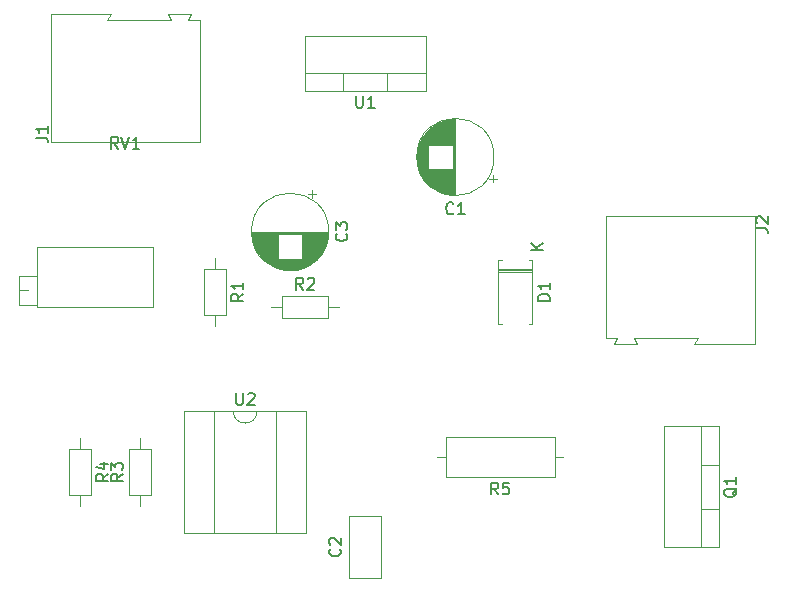
<source format=gbr>
%TF.GenerationSoftware,KiCad,Pcbnew,(5.1.6)-1*%
%TF.CreationDate,2021-02-01T23:58:11+01:00*%
%TF.ProjectId,TEST,54455354-2e6b-4696-9361-645f70636258,rev?*%
%TF.SameCoordinates,Original*%
%TF.FileFunction,Legend,Top*%
%TF.FilePolarity,Positive*%
%FSLAX46Y46*%
G04 Gerber Fmt 4.6, Leading zero omitted, Abs format (unit mm)*
G04 Created by KiCad (PCBNEW (5.1.6)-1) date 2021-02-01 23:58:11*
%MOMM*%
%LPD*%
G01*
G04 APERTURE LIST*
%ADD10C,0.120000*%
%ADD11C,0.150000*%
G04 APERTURE END LIST*
D10*
%TO.C,RV1*%
X99255000Y-82550000D02*
X109025000Y-82550000D01*
X99255000Y-87620000D02*
X109025000Y-87620000D01*
X99255000Y-82550000D02*
X99255000Y-87620000D01*
X109025000Y-82550000D02*
X109025000Y-87620000D01*
X97735000Y-85015000D02*
X99254000Y-85015000D01*
X97735000Y-87445000D02*
X99254000Y-87445000D01*
X97735000Y-85015000D02*
X97735000Y-87445000D01*
X99254000Y-85015000D02*
X99254000Y-87445000D01*
X97735000Y-86230000D02*
X98494000Y-86230000D01*
%TO.C,C1*%
X137825241Y-77084000D02*
X137825241Y-76454000D01*
X138140241Y-76769000D02*
X137510241Y-76769000D01*
X131399000Y-75332000D02*
X131399000Y-74528000D01*
X131439000Y-75563000D02*
X131439000Y-74297000D01*
X131479000Y-75732000D02*
X131479000Y-74128000D01*
X131519000Y-75870000D02*
X131519000Y-73990000D01*
X131559000Y-75989000D02*
X131559000Y-73871000D01*
X131599000Y-76095000D02*
X131599000Y-73765000D01*
X131639000Y-76192000D02*
X131639000Y-73668000D01*
X131679000Y-76280000D02*
X131679000Y-73580000D01*
X131719000Y-76362000D02*
X131719000Y-73498000D01*
X131759000Y-76439000D02*
X131759000Y-73421000D01*
X131799000Y-76511000D02*
X131799000Y-73349000D01*
X131839000Y-76580000D02*
X131839000Y-73280000D01*
X131879000Y-76644000D02*
X131879000Y-73216000D01*
X131919000Y-76706000D02*
X131919000Y-73154000D01*
X131959000Y-76764000D02*
X131959000Y-73096000D01*
X131999000Y-76820000D02*
X131999000Y-73040000D01*
X132039000Y-76874000D02*
X132039000Y-72986000D01*
X132079000Y-76925000D02*
X132079000Y-72935000D01*
X132119000Y-76974000D02*
X132119000Y-72886000D01*
X132159000Y-77022000D02*
X132159000Y-72838000D01*
X132199000Y-77067000D02*
X132199000Y-72793000D01*
X132239000Y-77112000D02*
X132239000Y-72748000D01*
X132279000Y-77154000D02*
X132279000Y-72706000D01*
X132319000Y-77195000D02*
X132319000Y-72665000D01*
X132359000Y-73890000D02*
X132359000Y-72625000D01*
X132359000Y-77235000D02*
X132359000Y-75970000D01*
X132399000Y-73890000D02*
X132399000Y-72587000D01*
X132399000Y-77273000D02*
X132399000Y-75970000D01*
X132439000Y-73890000D02*
X132439000Y-72550000D01*
X132439000Y-77310000D02*
X132439000Y-75970000D01*
X132479000Y-73890000D02*
X132479000Y-72514000D01*
X132479000Y-77346000D02*
X132479000Y-75970000D01*
X132519000Y-73890000D02*
X132519000Y-72480000D01*
X132519000Y-77380000D02*
X132519000Y-75970000D01*
X132559000Y-73890000D02*
X132559000Y-72446000D01*
X132559000Y-77414000D02*
X132559000Y-75970000D01*
X132599000Y-73890000D02*
X132599000Y-72414000D01*
X132599000Y-77446000D02*
X132599000Y-75970000D01*
X132639000Y-73890000D02*
X132639000Y-72382000D01*
X132639000Y-77478000D02*
X132639000Y-75970000D01*
X132679000Y-73890000D02*
X132679000Y-72352000D01*
X132679000Y-77508000D02*
X132679000Y-75970000D01*
X132719000Y-73890000D02*
X132719000Y-72323000D01*
X132719000Y-77537000D02*
X132719000Y-75970000D01*
X132759000Y-73890000D02*
X132759000Y-72294000D01*
X132759000Y-77566000D02*
X132759000Y-75970000D01*
X132799000Y-73890000D02*
X132799000Y-72266000D01*
X132799000Y-77594000D02*
X132799000Y-75970000D01*
X132839000Y-73890000D02*
X132839000Y-72240000D01*
X132839000Y-77620000D02*
X132839000Y-75970000D01*
X132879000Y-73890000D02*
X132879000Y-72214000D01*
X132879000Y-77646000D02*
X132879000Y-75970000D01*
X132919000Y-73890000D02*
X132919000Y-72188000D01*
X132919000Y-77672000D02*
X132919000Y-75970000D01*
X132959000Y-73890000D02*
X132959000Y-72164000D01*
X132959000Y-77696000D02*
X132959000Y-75970000D01*
X132999000Y-73890000D02*
X132999000Y-72140000D01*
X132999000Y-77720000D02*
X132999000Y-75970000D01*
X133039000Y-73890000D02*
X133039000Y-72118000D01*
X133039000Y-77742000D02*
X133039000Y-75970000D01*
X133079000Y-73890000D02*
X133079000Y-72096000D01*
X133079000Y-77764000D02*
X133079000Y-75970000D01*
X133119000Y-73890000D02*
X133119000Y-72074000D01*
X133119000Y-77786000D02*
X133119000Y-75970000D01*
X133159000Y-73890000D02*
X133159000Y-72054000D01*
X133159000Y-77806000D02*
X133159000Y-75970000D01*
X133199000Y-73890000D02*
X133199000Y-72034000D01*
X133199000Y-77826000D02*
X133199000Y-75970000D01*
X133239000Y-73890000D02*
X133239000Y-72014000D01*
X133239000Y-77846000D02*
X133239000Y-75970000D01*
X133279000Y-73890000D02*
X133279000Y-71996000D01*
X133279000Y-77864000D02*
X133279000Y-75970000D01*
X133319000Y-73890000D02*
X133319000Y-71978000D01*
X133319000Y-77882000D02*
X133319000Y-75970000D01*
X133359000Y-73890000D02*
X133359000Y-71960000D01*
X133359000Y-77900000D02*
X133359000Y-75970000D01*
X133399000Y-73890000D02*
X133399000Y-71944000D01*
X133399000Y-77916000D02*
X133399000Y-75970000D01*
X133439000Y-73890000D02*
X133439000Y-71928000D01*
X133439000Y-77932000D02*
X133439000Y-75970000D01*
X133479000Y-73890000D02*
X133479000Y-71912000D01*
X133479000Y-77948000D02*
X133479000Y-75970000D01*
X133519000Y-73890000D02*
X133519000Y-71897000D01*
X133519000Y-77963000D02*
X133519000Y-75970000D01*
X133559000Y-73890000D02*
X133559000Y-71883000D01*
X133559000Y-77977000D02*
X133559000Y-75970000D01*
X133599000Y-73890000D02*
X133599000Y-71869000D01*
X133599000Y-77991000D02*
X133599000Y-75970000D01*
X133639000Y-73890000D02*
X133639000Y-71856000D01*
X133639000Y-78004000D02*
X133639000Y-75970000D01*
X133679000Y-73890000D02*
X133679000Y-71844000D01*
X133679000Y-78016000D02*
X133679000Y-75970000D01*
X133719000Y-73890000D02*
X133719000Y-71832000D01*
X133719000Y-78028000D02*
X133719000Y-75970000D01*
X133759000Y-73890000D02*
X133759000Y-71820000D01*
X133759000Y-78040000D02*
X133759000Y-75970000D01*
X133799000Y-73890000D02*
X133799000Y-71809000D01*
X133799000Y-78051000D02*
X133799000Y-75970000D01*
X133839000Y-73890000D02*
X133839000Y-71799000D01*
X133839000Y-78061000D02*
X133839000Y-75970000D01*
X133879000Y-73890000D02*
X133879000Y-71789000D01*
X133879000Y-78071000D02*
X133879000Y-75970000D01*
X133919000Y-73890000D02*
X133919000Y-71780000D01*
X133919000Y-78080000D02*
X133919000Y-75970000D01*
X133960000Y-73890000D02*
X133960000Y-71771000D01*
X133960000Y-78089000D02*
X133960000Y-75970000D01*
X134000000Y-73890000D02*
X134000000Y-71763000D01*
X134000000Y-78097000D02*
X134000000Y-75970000D01*
X134040000Y-73890000D02*
X134040000Y-71755000D01*
X134040000Y-78105000D02*
X134040000Y-75970000D01*
X134080000Y-73890000D02*
X134080000Y-71748000D01*
X134080000Y-78112000D02*
X134080000Y-75970000D01*
X134120000Y-73890000D02*
X134120000Y-71741000D01*
X134120000Y-78119000D02*
X134120000Y-75970000D01*
X134160000Y-73890000D02*
X134160000Y-71735000D01*
X134160000Y-78125000D02*
X134160000Y-75970000D01*
X134200000Y-73890000D02*
X134200000Y-71729000D01*
X134200000Y-78131000D02*
X134200000Y-75970000D01*
X134240000Y-73890000D02*
X134240000Y-71724000D01*
X134240000Y-78136000D02*
X134240000Y-75970000D01*
X134280000Y-73890000D02*
X134280000Y-71719000D01*
X134280000Y-78141000D02*
X134280000Y-75970000D01*
X134320000Y-73890000D02*
X134320000Y-71715000D01*
X134320000Y-78145000D02*
X134320000Y-75970000D01*
X134360000Y-73890000D02*
X134360000Y-71712000D01*
X134360000Y-78148000D02*
X134360000Y-75970000D01*
X134400000Y-73890000D02*
X134400000Y-71708000D01*
X134400000Y-78152000D02*
X134400000Y-75970000D01*
X134440000Y-78154000D02*
X134440000Y-71706000D01*
X134480000Y-78157000D02*
X134480000Y-71703000D01*
X134520000Y-78158000D02*
X134520000Y-71702000D01*
X134560000Y-78160000D02*
X134560000Y-71700000D01*
X134600000Y-78160000D02*
X134600000Y-71700000D01*
X134640000Y-78160000D02*
X134640000Y-71700000D01*
X137910000Y-74930000D02*
G75*
G03*
X137910000Y-74930000I-3270000J0D01*
G01*
%TO.C,C2*%
X125630000Y-105350000D02*
X128370000Y-105350000D01*
X125630000Y-110590000D02*
X128370000Y-110590000D01*
X128370000Y-110590000D02*
X128370000Y-105350000D01*
X125630000Y-110590000D02*
X125630000Y-105350000D01*
%TO.C,C3*%
X123920000Y-81260000D02*
G75*
G03*
X123920000Y-81260000I-3270000J0D01*
G01*
X123880000Y-81260000D02*
X117420000Y-81260000D01*
X123880000Y-81300000D02*
X117420000Y-81300000D01*
X123880000Y-81340000D02*
X117420000Y-81340000D01*
X123878000Y-81380000D02*
X117422000Y-81380000D01*
X123877000Y-81420000D02*
X117423000Y-81420000D01*
X123874000Y-81460000D02*
X117426000Y-81460000D01*
X123872000Y-81500000D02*
X121690000Y-81500000D01*
X119610000Y-81500000D02*
X117428000Y-81500000D01*
X123868000Y-81540000D02*
X121690000Y-81540000D01*
X119610000Y-81540000D02*
X117432000Y-81540000D01*
X123865000Y-81580000D02*
X121690000Y-81580000D01*
X119610000Y-81580000D02*
X117435000Y-81580000D01*
X123861000Y-81620000D02*
X121690000Y-81620000D01*
X119610000Y-81620000D02*
X117439000Y-81620000D01*
X123856000Y-81660000D02*
X121690000Y-81660000D01*
X119610000Y-81660000D02*
X117444000Y-81660000D01*
X123851000Y-81700000D02*
X121690000Y-81700000D01*
X119610000Y-81700000D02*
X117449000Y-81700000D01*
X123845000Y-81740000D02*
X121690000Y-81740000D01*
X119610000Y-81740000D02*
X117455000Y-81740000D01*
X123839000Y-81780000D02*
X121690000Y-81780000D01*
X119610000Y-81780000D02*
X117461000Y-81780000D01*
X123832000Y-81820000D02*
X121690000Y-81820000D01*
X119610000Y-81820000D02*
X117468000Y-81820000D01*
X123825000Y-81860000D02*
X121690000Y-81860000D01*
X119610000Y-81860000D02*
X117475000Y-81860000D01*
X123817000Y-81900000D02*
X121690000Y-81900000D01*
X119610000Y-81900000D02*
X117483000Y-81900000D01*
X123809000Y-81940000D02*
X121690000Y-81940000D01*
X119610000Y-81940000D02*
X117491000Y-81940000D01*
X123800000Y-81981000D02*
X121690000Y-81981000D01*
X119610000Y-81981000D02*
X117500000Y-81981000D01*
X123791000Y-82021000D02*
X121690000Y-82021000D01*
X119610000Y-82021000D02*
X117509000Y-82021000D01*
X123781000Y-82061000D02*
X121690000Y-82061000D01*
X119610000Y-82061000D02*
X117519000Y-82061000D01*
X123771000Y-82101000D02*
X121690000Y-82101000D01*
X119610000Y-82101000D02*
X117529000Y-82101000D01*
X123760000Y-82141000D02*
X121690000Y-82141000D01*
X119610000Y-82141000D02*
X117540000Y-82141000D01*
X123748000Y-82181000D02*
X121690000Y-82181000D01*
X119610000Y-82181000D02*
X117552000Y-82181000D01*
X123736000Y-82221000D02*
X121690000Y-82221000D01*
X119610000Y-82221000D02*
X117564000Y-82221000D01*
X123724000Y-82261000D02*
X121690000Y-82261000D01*
X119610000Y-82261000D02*
X117576000Y-82261000D01*
X123711000Y-82301000D02*
X121690000Y-82301000D01*
X119610000Y-82301000D02*
X117589000Y-82301000D01*
X123697000Y-82341000D02*
X121690000Y-82341000D01*
X119610000Y-82341000D02*
X117603000Y-82341000D01*
X123683000Y-82381000D02*
X121690000Y-82381000D01*
X119610000Y-82381000D02*
X117617000Y-82381000D01*
X123668000Y-82421000D02*
X121690000Y-82421000D01*
X119610000Y-82421000D02*
X117632000Y-82421000D01*
X123652000Y-82461000D02*
X121690000Y-82461000D01*
X119610000Y-82461000D02*
X117648000Y-82461000D01*
X123636000Y-82501000D02*
X121690000Y-82501000D01*
X119610000Y-82501000D02*
X117664000Y-82501000D01*
X123620000Y-82541000D02*
X121690000Y-82541000D01*
X119610000Y-82541000D02*
X117680000Y-82541000D01*
X123602000Y-82581000D02*
X121690000Y-82581000D01*
X119610000Y-82581000D02*
X117698000Y-82581000D01*
X123584000Y-82621000D02*
X121690000Y-82621000D01*
X119610000Y-82621000D02*
X117716000Y-82621000D01*
X123566000Y-82661000D02*
X121690000Y-82661000D01*
X119610000Y-82661000D02*
X117734000Y-82661000D01*
X123546000Y-82701000D02*
X121690000Y-82701000D01*
X119610000Y-82701000D02*
X117754000Y-82701000D01*
X123526000Y-82741000D02*
X121690000Y-82741000D01*
X119610000Y-82741000D02*
X117774000Y-82741000D01*
X123506000Y-82781000D02*
X121690000Y-82781000D01*
X119610000Y-82781000D02*
X117794000Y-82781000D01*
X123484000Y-82821000D02*
X121690000Y-82821000D01*
X119610000Y-82821000D02*
X117816000Y-82821000D01*
X123462000Y-82861000D02*
X121690000Y-82861000D01*
X119610000Y-82861000D02*
X117838000Y-82861000D01*
X123440000Y-82901000D02*
X121690000Y-82901000D01*
X119610000Y-82901000D02*
X117860000Y-82901000D01*
X123416000Y-82941000D02*
X121690000Y-82941000D01*
X119610000Y-82941000D02*
X117884000Y-82941000D01*
X123392000Y-82981000D02*
X121690000Y-82981000D01*
X119610000Y-82981000D02*
X117908000Y-82981000D01*
X123366000Y-83021000D02*
X121690000Y-83021000D01*
X119610000Y-83021000D02*
X117934000Y-83021000D01*
X123340000Y-83061000D02*
X121690000Y-83061000D01*
X119610000Y-83061000D02*
X117960000Y-83061000D01*
X123314000Y-83101000D02*
X121690000Y-83101000D01*
X119610000Y-83101000D02*
X117986000Y-83101000D01*
X123286000Y-83141000D02*
X121690000Y-83141000D01*
X119610000Y-83141000D02*
X118014000Y-83141000D01*
X123257000Y-83181000D02*
X121690000Y-83181000D01*
X119610000Y-83181000D02*
X118043000Y-83181000D01*
X123228000Y-83221000D02*
X121690000Y-83221000D01*
X119610000Y-83221000D02*
X118072000Y-83221000D01*
X123198000Y-83261000D02*
X121690000Y-83261000D01*
X119610000Y-83261000D02*
X118102000Y-83261000D01*
X123166000Y-83301000D02*
X121690000Y-83301000D01*
X119610000Y-83301000D02*
X118134000Y-83301000D01*
X123134000Y-83341000D02*
X121690000Y-83341000D01*
X119610000Y-83341000D02*
X118166000Y-83341000D01*
X123100000Y-83381000D02*
X121690000Y-83381000D01*
X119610000Y-83381000D02*
X118200000Y-83381000D01*
X123066000Y-83421000D02*
X121690000Y-83421000D01*
X119610000Y-83421000D02*
X118234000Y-83421000D01*
X123030000Y-83461000D02*
X121690000Y-83461000D01*
X119610000Y-83461000D02*
X118270000Y-83461000D01*
X122993000Y-83501000D02*
X121690000Y-83501000D01*
X119610000Y-83501000D02*
X118307000Y-83501000D01*
X122955000Y-83541000D02*
X121690000Y-83541000D01*
X119610000Y-83541000D02*
X118345000Y-83541000D01*
X122915000Y-83581000D02*
X118385000Y-83581000D01*
X122874000Y-83621000D02*
X118426000Y-83621000D01*
X122832000Y-83661000D02*
X118468000Y-83661000D01*
X122787000Y-83701000D02*
X118513000Y-83701000D01*
X122742000Y-83741000D02*
X118558000Y-83741000D01*
X122694000Y-83781000D02*
X118606000Y-83781000D01*
X122645000Y-83821000D02*
X118655000Y-83821000D01*
X122594000Y-83861000D02*
X118706000Y-83861000D01*
X122540000Y-83901000D02*
X118760000Y-83901000D01*
X122484000Y-83941000D02*
X118816000Y-83941000D01*
X122426000Y-83981000D02*
X118874000Y-83981000D01*
X122364000Y-84021000D02*
X118936000Y-84021000D01*
X122300000Y-84061000D02*
X119000000Y-84061000D01*
X122231000Y-84101000D02*
X119069000Y-84101000D01*
X122159000Y-84141000D02*
X119141000Y-84141000D01*
X122082000Y-84181000D02*
X119218000Y-84181000D01*
X122000000Y-84221000D02*
X119300000Y-84221000D01*
X121912000Y-84261000D02*
X119388000Y-84261000D01*
X121815000Y-84301000D02*
X119485000Y-84301000D01*
X121709000Y-84341000D02*
X119591000Y-84341000D01*
X121590000Y-84381000D02*
X119710000Y-84381000D01*
X121452000Y-84421000D02*
X119848000Y-84421000D01*
X121283000Y-84461000D02*
X120017000Y-84461000D01*
X121052000Y-84501000D02*
X120248000Y-84501000D01*
X122489000Y-77759759D02*
X122489000Y-78389759D01*
X122804000Y-78074759D02*
X122174000Y-78074759D01*
%TO.C,D1*%
X141170000Y-84420000D02*
X138230000Y-84420000D01*
X141170000Y-84660000D02*
X138230000Y-84660000D01*
X141170000Y-84540000D02*
X138230000Y-84540000D01*
X138230000Y-89080000D02*
X138560000Y-89080000D01*
X138230000Y-83640000D02*
X138230000Y-89080000D01*
X138560000Y-83640000D02*
X138230000Y-83640000D01*
X141170000Y-89080000D02*
X140840000Y-89080000D01*
X141170000Y-83640000D02*
X141170000Y-89080000D01*
X140840000Y-83640000D02*
X141170000Y-83640000D01*
%TO.C,J1*%
X100380000Y-62840000D02*
X100380000Y-73690000D01*
X105480000Y-62840000D02*
X100380000Y-62840000D01*
X105180000Y-63340000D02*
X105480000Y-62840000D01*
X110580000Y-63340000D02*
X105180000Y-63340000D01*
X110330000Y-62840000D02*
X110580000Y-63340000D01*
X110380000Y-62840000D02*
X110330000Y-62840000D01*
X112280000Y-62840000D02*
X110380000Y-62840000D01*
X112030000Y-63340000D02*
X112280000Y-62840000D01*
X112980000Y-63340000D02*
X112030000Y-63340000D01*
X112980000Y-73690000D02*
X112980000Y-63340000D01*
X100380000Y-73690000D02*
X112980000Y-73690000D01*
%TO.C,J2*%
X159970000Y-79900000D02*
X147370000Y-79900000D01*
X147370000Y-79900000D02*
X147370000Y-90250000D01*
X147370000Y-90250000D02*
X148320000Y-90250000D01*
X148320000Y-90250000D02*
X148070000Y-90750000D01*
X148070000Y-90750000D02*
X149970000Y-90750000D01*
X149970000Y-90750000D02*
X150020000Y-90750000D01*
X150020000Y-90750000D02*
X149770000Y-90250000D01*
X149770000Y-90250000D02*
X155170000Y-90250000D01*
X155170000Y-90250000D02*
X154870000Y-90750000D01*
X154870000Y-90750000D02*
X159970000Y-90750000D01*
X159970000Y-90750000D02*
X159970000Y-79900000D01*
%TO.C,Q1*%
X156940000Y-97750000D02*
X156940000Y-107990000D01*
X152299000Y-97750000D02*
X152299000Y-107990000D01*
X156940000Y-97750000D02*
X152299000Y-97750000D01*
X156940000Y-107990000D02*
X152299000Y-107990000D01*
X155430000Y-97750000D02*
X155430000Y-107990000D01*
X156940000Y-101020000D02*
X155430000Y-101020000D01*
X156940000Y-104721000D02*
X155430000Y-104721000D01*
%TO.C,R1*%
X115220000Y-84440000D02*
X113380000Y-84440000D01*
X113380000Y-84440000D02*
X113380000Y-88280000D01*
X113380000Y-88280000D02*
X115220000Y-88280000D01*
X115220000Y-88280000D02*
X115220000Y-84440000D01*
X114300000Y-83490000D02*
X114300000Y-84440000D01*
X114300000Y-89230000D02*
X114300000Y-88280000D01*
%TO.C,R2*%
X124790000Y-87630000D02*
X123840000Y-87630000D01*
X119050000Y-87630000D02*
X120000000Y-87630000D01*
X123840000Y-86710000D02*
X120000000Y-86710000D01*
X123840000Y-88550000D02*
X123840000Y-86710000D01*
X120000000Y-88550000D02*
X123840000Y-88550000D01*
X120000000Y-86710000D02*
X120000000Y-88550000D01*
%TO.C,R3*%
X107950000Y-98730000D02*
X107950000Y-99680000D01*
X107950000Y-104470000D02*
X107950000Y-103520000D01*
X107030000Y-99680000D02*
X107030000Y-103520000D01*
X108870000Y-99680000D02*
X107030000Y-99680000D01*
X108870000Y-103520000D02*
X108870000Y-99680000D01*
X107030000Y-103520000D02*
X108870000Y-103520000D01*
%TO.C,R4*%
X103790000Y-99680000D02*
X101950000Y-99680000D01*
X101950000Y-99680000D02*
X101950000Y-103520000D01*
X101950000Y-103520000D02*
X103790000Y-103520000D01*
X103790000Y-103520000D02*
X103790000Y-99680000D01*
X102870000Y-98730000D02*
X102870000Y-99680000D01*
X102870000Y-104470000D02*
X102870000Y-103520000D01*
%TO.C,R5*%
X133120000Y-100330000D02*
X133810000Y-100330000D01*
X143740000Y-100330000D02*
X143050000Y-100330000D01*
X133810000Y-102050000D02*
X143050000Y-102050000D01*
X133810000Y-98610000D02*
X133810000Y-102050000D01*
X143050000Y-98610000D02*
X133810000Y-98610000D01*
X143050000Y-102050000D02*
X143050000Y-98610000D01*
%TO.C,U1*%
X125149000Y-69310000D02*
X125149000Y-67800000D01*
X128850000Y-69310000D02*
X128850000Y-67800000D01*
X132120000Y-67800000D02*
X121880000Y-67800000D01*
X121880000Y-69310000D02*
X121880000Y-64669000D01*
X132120000Y-69310000D02*
X132120000Y-64669000D01*
X132120000Y-64669000D02*
X121880000Y-64669000D01*
X132120000Y-69310000D02*
X121880000Y-69310000D01*
%TO.C,U2*%
X121980000Y-96400000D02*
X111700000Y-96400000D01*
X121980000Y-106800000D02*
X121980000Y-96400000D01*
X111700000Y-106800000D02*
X121980000Y-106800000D01*
X111700000Y-96400000D02*
X111700000Y-106800000D01*
X119490000Y-96460000D02*
X117840000Y-96460000D01*
X119490000Y-106740000D02*
X119490000Y-96460000D01*
X114190000Y-106740000D02*
X119490000Y-106740000D01*
X114190000Y-96460000D02*
X114190000Y-106740000D01*
X115840000Y-96460000D02*
X114190000Y-96460000D01*
X117840000Y-96460000D02*
G75*
G02*
X115840000Y-96460000I-1000000J0D01*
G01*
%TO.C,RV1*%
D11*
X106084761Y-74232380D02*
X105751428Y-73756190D01*
X105513333Y-74232380D02*
X105513333Y-73232380D01*
X105894285Y-73232380D01*
X105989523Y-73280000D01*
X106037142Y-73327619D01*
X106084761Y-73422857D01*
X106084761Y-73565714D01*
X106037142Y-73660952D01*
X105989523Y-73708571D01*
X105894285Y-73756190D01*
X105513333Y-73756190D01*
X106370476Y-73232380D02*
X106703809Y-74232380D01*
X107037142Y-73232380D01*
X107894285Y-74232380D02*
X107322857Y-74232380D01*
X107608571Y-74232380D02*
X107608571Y-73232380D01*
X107513333Y-73375238D01*
X107418095Y-73470476D01*
X107322857Y-73518095D01*
%TO.C,C1*%
X134473333Y-79687142D02*
X134425714Y-79734761D01*
X134282857Y-79782380D01*
X134187619Y-79782380D01*
X134044761Y-79734761D01*
X133949523Y-79639523D01*
X133901904Y-79544285D01*
X133854285Y-79353809D01*
X133854285Y-79210952D01*
X133901904Y-79020476D01*
X133949523Y-78925238D01*
X134044761Y-78830000D01*
X134187619Y-78782380D01*
X134282857Y-78782380D01*
X134425714Y-78830000D01*
X134473333Y-78877619D01*
X135425714Y-79782380D02*
X134854285Y-79782380D01*
X135140000Y-79782380D02*
X135140000Y-78782380D01*
X135044761Y-78925238D01*
X134949523Y-79020476D01*
X134854285Y-79068095D01*
%TO.C,C2*%
X124857142Y-108136666D02*
X124904761Y-108184285D01*
X124952380Y-108327142D01*
X124952380Y-108422380D01*
X124904761Y-108565238D01*
X124809523Y-108660476D01*
X124714285Y-108708095D01*
X124523809Y-108755714D01*
X124380952Y-108755714D01*
X124190476Y-108708095D01*
X124095238Y-108660476D01*
X124000000Y-108565238D01*
X123952380Y-108422380D01*
X123952380Y-108327142D01*
X124000000Y-108184285D01*
X124047619Y-108136666D01*
X124047619Y-107755714D02*
X124000000Y-107708095D01*
X123952380Y-107612857D01*
X123952380Y-107374761D01*
X124000000Y-107279523D01*
X124047619Y-107231904D01*
X124142857Y-107184285D01*
X124238095Y-107184285D01*
X124380952Y-107231904D01*
X124952380Y-107803333D01*
X124952380Y-107184285D01*
%TO.C,C3*%
X125407142Y-81426666D02*
X125454761Y-81474285D01*
X125502380Y-81617142D01*
X125502380Y-81712380D01*
X125454761Y-81855238D01*
X125359523Y-81950476D01*
X125264285Y-81998095D01*
X125073809Y-82045714D01*
X124930952Y-82045714D01*
X124740476Y-81998095D01*
X124645238Y-81950476D01*
X124550000Y-81855238D01*
X124502380Y-81712380D01*
X124502380Y-81617142D01*
X124550000Y-81474285D01*
X124597619Y-81426666D01*
X124502380Y-81093333D02*
X124502380Y-80474285D01*
X124883333Y-80807619D01*
X124883333Y-80664761D01*
X124930952Y-80569523D01*
X124978571Y-80521904D01*
X125073809Y-80474285D01*
X125311904Y-80474285D01*
X125407142Y-80521904D01*
X125454761Y-80569523D01*
X125502380Y-80664761D01*
X125502380Y-80950476D01*
X125454761Y-81045714D01*
X125407142Y-81093333D01*
%TO.C,D1*%
X142622380Y-87098095D02*
X141622380Y-87098095D01*
X141622380Y-86860000D01*
X141670000Y-86717142D01*
X141765238Y-86621904D01*
X141860476Y-86574285D01*
X142050952Y-86526666D01*
X142193809Y-86526666D01*
X142384285Y-86574285D01*
X142479523Y-86621904D01*
X142574761Y-86717142D01*
X142622380Y-86860000D01*
X142622380Y-87098095D01*
X142622380Y-85574285D02*
X142622380Y-86145714D01*
X142622380Y-85860000D02*
X141622380Y-85860000D01*
X141765238Y-85955238D01*
X141860476Y-86050476D01*
X141908095Y-86145714D01*
X142052380Y-82811904D02*
X141052380Y-82811904D01*
X142052380Y-82240476D02*
X141480952Y-82669047D01*
X141052380Y-82240476D02*
X141623809Y-82811904D01*
%TO.C,J1*%
X99142380Y-73293333D02*
X99856666Y-73293333D01*
X99999523Y-73340952D01*
X100094761Y-73436190D01*
X100142380Y-73579047D01*
X100142380Y-73674285D01*
X100142380Y-72293333D02*
X100142380Y-72864761D01*
X100142380Y-72579047D02*
X99142380Y-72579047D01*
X99285238Y-72674285D01*
X99380476Y-72769523D01*
X99428095Y-72864761D01*
%TO.C,J2*%
X160112380Y-80963333D02*
X160826666Y-80963333D01*
X160969523Y-81010952D01*
X161064761Y-81106190D01*
X161112380Y-81249047D01*
X161112380Y-81344285D01*
X160207619Y-80534761D02*
X160160000Y-80487142D01*
X160112380Y-80391904D01*
X160112380Y-80153809D01*
X160160000Y-80058571D01*
X160207619Y-80010952D01*
X160302857Y-79963333D01*
X160398095Y-79963333D01*
X160540952Y-80010952D01*
X161112380Y-80582380D01*
X161112380Y-79963333D01*
%TO.C,Q1*%
X158487619Y-102965238D02*
X158440000Y-103060476D01*
X158344761Y-103155714D01*
X158201904Y-103298571D01*
X158154285Y-103393809D01*
X158154285Y-103489047D01*
X158392380Y-103441428D02*
X158344761Y-103536666D01*
X158249523Y-103631904D01*
X158059047Y-103679523D01*
X157725714Y-103679523D01*
X157535238Y-103631904D01*
X157440000Y-103536666D01*
X157392380Y-103441428D01*
X157392380Y-103250952D01*
X157440000Y-103155714D01*
X157535238Y-103060476D01*
X157725714Y-103012857D01*
X158059047Y-103012857D01*
X158249523Y-103060476D01*
X158344761Y-103155714D01*
X158392380Y-103250952D01*
X158392380Y-103441428D01*
X158392380Y-102060476D02*
X158392380Y-102631904D01*
X158392380Y-102346190D02*
X157392380Y-102346190D01*
X157535238Y-102441428D01*
X157630476Y-102536666D01*
X157678095Y-102631904D01*
%TO.C,R1*%
X116672380Y-86526666D02*
X116196190Y-86860000D01*
X116672380Y-87098095D02*
X115672380Y-87098095D01*
X115672380Y-86717142D01*
X115720000Y-86621904D01*
X115767619Y-86574285D01*
X115862857Y-86526666D01*
X116005714Y-86526666D01*
X116100952Y-86574285D01*
X116148571Y-86621904D01*
X116196190Y-86717142D01*
X116196190Y-87098095D01*
X116672380Y-85574285D02*
X116672380Y-86145714D01*
X116672380Y-85860000D02*
X115672380Y-85860000D01*
X115815238Y-85955238D01*
X115910476Y-86050476D01*
X115958095Y-86145714D01*
%TO.C,R2*%
X121753333Y-86162380D02*
X121420000Y-85686190D01*
X121181904Y-86162380D02*
X121181904Y-85162380D01*
X121562857Y-85162380D01*
X121658095Y-85210000D01*
X121705714Y-85257619D01*
X121753333Y-85352857D01*
X121753333Y-85495714D01*
X121705714Y-85590952D01*
X121658095Y-85638571D01*
X121562857Y-85686190D01*
X121181904Y-85686190D01*
X122134285Y-85257619D02*
X122181904Y-85210000D01*
X122277142Y-85162380D01*
X122515238Y-85162380D01*
X122610476Y-85210000D01*
X122658095Y-85257619D01*
X122705714Y-85352857D01*
X122705714Y-85448095D01*
X122658095Y-85590952D01*
X122086666Y-86162380D01*
X122705714Y-86162380D01*
%TO.C,R3*%
X106482380Y-101766666D02*
X106006190Y-102100000D01*
X106482380Y-102338095D02*
X105482380Y-102338095D01*
X105482380Y-101957142D01*
X105530000Y-101861904D01*
X105577619Y-101814285D01*
X105672857Y-101766666D01*
X105815714Y-101766666D01*
X105910952Y-101814285D01*
X105958571Y-101861904D01*
X106006190Y-101957142D01*
X106006190Y-102338095D01*
X105482380Y-101433333D02*
X105482380Y-100814285D01*
X105863333Y-101147619D01*
X105863333Y-101004761D01*
X105910952Y-100909523D01*
X105958571Y-100861904D01*
X106053809Y-100814285D01*
X106291904Y-100814285D01*
X106387142Y-100861904D01*
X106434761Y-100909523D01*
X106482380Y-101004761D01*
X106482380Y-101290476D01*
X106434761Y-101385714D01*
X106387142Y-101433333D01*
%TO.C,R4*%
X105242380Y-101766666D02*
X104766190Y-102100000D01*
X105242380Y-102338095D02*
X104242380Y-102338095D01*
X104242380Y-101957142D01*
X104290000Y-101861904D01*
X104337619Y-101814285D01*
X104432857Y-101766666D01*
X104575714Y-101766666D01*
X104670952Y-101814285D01*
X104718571Y-101861904D01*
X104766190Y-101957142D01*
X104766190Y-102338095D01*
X104575714Y-100909523D02*
X105242380Y-100909523D01*
X104194761Y-101147619D02*
X104909047Y-101385714D01*
X104909047Y-100766666D01*
%TO.C,R5*%
X138263333Y-103502380D02*
X137930000Y-103026190D01*
X137691904Y-103502380D02*
X137691904Y-102502380D01*
X138072857Y-102502380D01*
X138168095Y-102550000D01*
X138215714Y-102597619D01*
X138263333Y-102692857D01*
X138263333Y-102835714D01*
X138215714Y-102930952D01*
X138168095Y-102978571D01*
X138072857Y-103026190D01*
X137691904Y-103026190D01*
X139168095Y-102502380D02*
X138691904Y-102502380D01*
X138644285Y-102978571D01*
X138691904Y-102930952D01*
X138787142Y-102883333D01*
X139025238Y-102883333D01*
X139120476Y-102930952D01*
X139168095Y-102978571D01*
X139215714Y-103073809D01*
X139215714Y-103311904D01*
X139168095Y-103407142D01*
X139120476Y-103454761D01*
X139025238Y-103502380D01*
X138787142Y-103502380D01*
X138691904Y-103454761D01*
X138644285Y-103407142D01*
%TO.C,U1*%
X126238095Y-69762380D02*
X126238095Y-70571904D01*
X126285714Y-70667142D01*
X126333333Y-70714761D01*
X126428571Y-70762380D01*
X126619047Y-70762380D01*
X126714285Y-70714761D01*
X126761904Y-70667142D01*
X126809523Y-70571904D01*
X126809523Y-69762380D01*
X127809523Y-70762380D02*
X127238095Y-70762380D01*
X127523809Y-70762380D02*
X127523809Y-69762380D01*
X127428571Y-69905238D01*
X127333333Y-70000476D01*
X127238095Y-70048095D01*
%TO.C,U2*%
X116078095Y-94912380D02*
X116078095Y-95721904D01*
X116125714Y-95817142D01*
X116173333Y-95864761D01*
X116268571Y-95912380D01*
X116459047Y-95912380D01*
X116554285Y-95864761D01*
X116601904Y-95817142D01*
X116649523Y-95721904D01*
X116649523Y-94912380D01*
X117078095Y-95007619D02*
X117125714Y-94960000D01*
X117220952Y-94912380D01*
X117459047Y-94912380D01*
X117554285Y-94960000D01*
X117601904Y-95007619D01*
X117649523Y-95102857D01*
X117649523Y-95198095D01*
X117601904Y-95340952D01*
X117030476Y-95912380D01*
X117649523Y-95912380D01*
%TD*%
M02*

</source>
